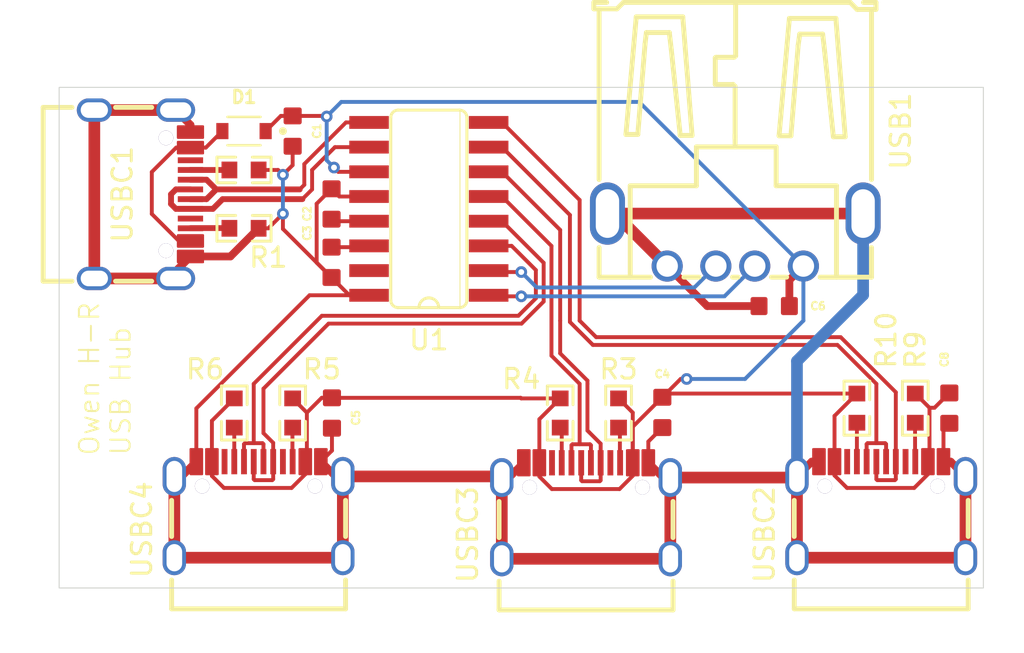
<source format=kicad_pcb>
(kicad_pcb (version 20241229) (generator "pcbnew") (generator_version "9.0")
  (layers (0 "F.Cu" signal) (2 "B.Cu" signal) (13 "F.Paste" user) (15 "B.Paste" user) (5 "F.SilkS" user "F.Silkscreen") (7 "B.SilkS" user "B.Silkscreen") (1 "F.Mask" user) (3 "B.Mask" user) (25 "Edge.Cuts" user))
  (net 0 "")
  (net 1 "+5V")
  (net 2 "GND")
  (net 3 "Net-(U1-VDD33)")
  (net 4 "Net-(U1-VDD18)")
  (net 5 "Net-(U1-DP)")
  (net 6 "Net-(U1-DM)")
  (net 7 "Net-(U1-DM1)")
  (net 8 "Net-(U1-DP1)")
  (net 9 "Net-(U1-DM2)")
  (net 10 "Net-(U1-DP2)")
  (net 11 "Net-(U1-DM3)")
  (net 12 "Net-(U1-DP3)")
  (net 14 "Net-(U1-DP4)")
  (net 15 "Net-(U1-DM4)")
  (net 16 "Net-(USBC1-CC2)")
  (net 17 "Net-(USBC1-CC1)")
  (net 18 "Net-(USBC2-CC2)")
  (net 19 "Net-(USBC2-CC1)")
  (net 24 "Net-(USBC3-CC2)")
  (net 25 "Net-(USBC3-CC1)")
  (net 26 "Net-(USBC4-CC2)")
  (net 27 "Net-(USBC4-CC1)")
  (net 32 "Net-(D1-PadA)")
  (footprint "easyeda2kicad:R0603" (layer "F.Cu") (at 119.5 92.75)
    (property "Reference" "R1" (at 1.25 1.5 0) (layer "F.SilkS"))
    (property "Value" "5.1K")
    (pad "1" smd rect (at -0.75 0) (size 0.81 0.86) (layers "F.Cu" "F.Mask" "F.Paste") (net 16 "Net-(USBC1-CC2)"))
    (pad "2" smd rect (at 0.75 0) (size 0.81 0.86) (layers "F.Cu" "F.Mask" "F.Paste") (net 2 "GND"))
  )
  (footprint "easyeda2kicad:R0603" (layer "F.Cu") (at 135.75 102.25 -90)
    (property "Reference" "R4" (at -1.75 2 180) (layer "F.SilkS"))
    (property "Value" "22K" (hide yes))
    (pad "1" smd rect (at -0.75 0 270) (size 0.81 0.86) (layers "F.Cu" "F.Mask" "F.Paste") (net 1 "+5V"))
    (pad "2" smd rect (at 0.75 0 270) (size 0.81 0.86) (layers "F.Cu" "F.Mask" "F.Paste") (net 25 "Net-(USBC3-CC1)"))
  )
  (footprint "easyeda2kicad:USB-A-TH_USB-302-T" (layer "F.Cu") (at 144.75 93.3425 180)
    (property "Reference" "USB1" (at -8.5 5.5925 270) (layer "F.SilkS"))
    (property "Value" "USB-302")
    (pad "1" thru_hole circle (at -3.5 -1.35 180) (size 1.6 1.6) (drill 1.100023) (layers "*.Cu" "*.Mask") (net 1 "+5V"))
    (pad "2" thru_hole circle (at -1 -1.35 180) (size 1.6 1.6) (drill 1.100023) (layers "*.Cu" "*.Mask") (net 15 "Net-(U1-DM4)"))
    (pad "3" thru_hole circle (at 1 -1.35 180) (size 1.6 1.6) (drill 1.100023) (layers "*.Cu" "*.Mask") (net 14 "Net-(U1-DP4)"))
    (pad "4" thru_hole circle (at 3.5 -1.35 180) (size 1.6 1.6) (drill 1.100023) (layers "*.Cu" "*.Mask") (net 2 "GND"))
    (pad "5" thru_hole oval (at -6.57 1.35 270) (size 3.2 1.8) (drill oval 2.499868 1.199896) (layers "*.Cu" "*.Mask") (net 2 "GND"))
    (pad "6" thru_hole oval (at 6.57 1.35 90) (size 3.2 1.8) (drill oval 2.499868 1.199896) (layers "*.Cu" "*.Mask") (net 2 "GND"))
  )
  (footprint "CL10A106KP8NNNC:CAPC1608X90N" (layer "F.Cu") (at 122 87.75 90)
    (property "Reference" "C1" (at 0 1.25 90) (layer "F.SilkS") (effects (font (size 0.393701 0.393701))))
    (property "Value" "10uF")
    (pad "1" smd roundrect (at -0.78 0 90) (size 0.87 0.93) (layers "F.Cu" "F.Mask" "F.Paste") (roundrect_rratio 0.125) (net 2 "GND"))
    (pad "2" smd roundrect (at 0.78 0 90) (size 0.87 0.93) (layers "F.Cu" "F.Mask" "F.Paste") (roundrect_rratio 0.125) (net 1 "+5V"))
  )
  (footprint "easyeda2kicad:USB-C_SMD-TYPE-C-31-M-12_1" (layer "F.Cu") (at 137.08 107.28)
    (property "Reference" "USBC3" (at -6.08 1.22 270) (layer "F.SilkS"))
    (property "Value" "TYPE-C-31-M-12")
    (pad "" thru_hole circle (at -2.9 -1.21) (size 0.75 0.75) (drill 0.75) (layers "*.Cu" "*.Mask"))
    (pad "" thru_hole circle (at 2.9 -1.21) (size 0.75 0.75) (drill 0.75) (layers "*.Cu" "*.Mask"))
    (pad "1" thru_hole oval (at 4.33 -1.71) (size 1.2 2) (drill oval 0.799998 1.599971) (layers "*.Cu" "*.Mask") (net 2 "GND"))
    (pad "2" thru_hole oval (at 4.33 2.47) (size 1.2 1.8) (drill oval 0.799998 1.399997) (layers "*.Cu" "*.Mask") (net 2 "GND"))
    (pad "3" thru_hole oval (at -4.33 2.47) (size 1.2 1.8) (drill oval 0.799998 1.399997) (layers "*.Cu" "*.Mask") (net 2 "GND"))
    (pad "4" thru_hole oval (at -4.33 -1.71) (size 1.2 2) (drill oval 0.799998 1.600022) (layers "*.Cu" "*.Mask") (net 2 "GND"))
    (pad "A1B12" smd custom (at -3.2 -2.47) (size 0.01 0.01) (layers "F.Cu" "F.Mask" "F.Paste") (net 2 "GND") (options (clearance outline) (anchor circle)) (primitives (gr_poly (pts (xy 0.3 0.65) (xy 0.3 -0.65) (xy 0 -0.65) (xy -0.3 -0.65) (xy -0.3 0.65) (xy 0 0.65) (xy 0.3 0.65)) (width 0.1) (fill yes))))
    (pad "A4B9" smd custom (at -2.4 -2.47) (size 0.01 0.01) (layers "F.Cu" "F.Mask" "F.Paste") (net 1 "+5V") (options (clearance outline) (anchor circle)) (primitives (gr_poly (pts (xy 0.3 0.65) (xy 0.3 -0.65) (xy 0 -0.65) (xy -0.3 -0.65) (xy -0.3 0.65) (xy 0 0.65) (xy 0.3 0.65)) (width 0.1) (fill yes))))
    (pad "A5" smd rect (at -1.25 -2.47) (size 0.3 1.3) (layers "F.Cu" "F.Mask" "F.Paste") (net 25 "Net-(USBC3-CC1)"))
    (pad "A6" smd rect (at -0.25 -2.47) (size 0.3 1.3) (layers "F.Cu" "F.Mask" "F.Paste") (net 10 "Net-(U1-DP2)"))
    (pad "A7" smd rect (at 0.25 -2.47) (size 0.3 1.3) (layers "F.Cu" "F.Mask" "F.Paste") (net 9 "Net-(U1-DM2)"))
    (pad "A8" smd rect (at 1.25 -2.47) (size 0.3 1.3) (layers "F.Cu" "F.Mask" "F.Paste"))
    (pad "B1A12" smd custom (at 3.2 -2.47) (size 0.01 0.01) (layers "F.Cu" "F.Mask" "F.Paste") (net 2 "GND") (options (clearance outline) (anchor circle)) (primitives (gr_poly (pts (xy -0.3 -0.65) (xy -0.3 0.65) (xy -0.01 0.65) (xy 0 0.65) (xy 0.3 0.65) (xy 0.3 -0.65) (xy 0 -0.65) (xy -0.01 -0.65) (xy -0.3 -0.65)) (width 0.1) (fill yes))))
    (pad "B4A9" smd custom (at 2.4 -2.47) (size 0.01 0.01) (layers "F.Cu" "F.Mask" "F.Paste") (net 1 "+5V") (options (clearance outline) (anchor circle)) (primitives (gr_poly (pts (xy 0.3 0.65) (xy 0.3 -0.65) (xy 0 -0.65) (xy -0.3 -0.65) (xy -0.3 0.65) (xy 0 0.65) (xy 0.3 0.65)) (width 0.1) (fill yes))))
    (pad "B5" smd rect (at 1.75 -2.47) (size 0.3 1.3) (layers "F.Cu" "F.Mask" "F.Paste") (net 24 "Net-(USBC3-CC2)"))
    (pad "B6" smd rect (at 0.75 -2.47) (size 0.3 1.3) (layers "F.Cu" "F.Mask" "F.Paste") (net 10 "Net-(U1-DP2)"))
    (pad "B7" smd rect (at -0.75 -2.47) (size 0.3 1.3) (layers "F.Cu" "F.Mask" "F.Paste") (net 9 "Net-(U1-DM2)"))
    (pad "B8" smd rect (at -1.75 -2.47) (size 0.3 1.3) (layers "F.Cu" "F.Mask" "F.Paste"))
  )
  (footprint "easyeda2kicad:R0603" (layer "F.Cu") (at 138.75 102.25 -90)
    (property "Reference" "R3" (at -2.25 0 180) (layer "F.SilkS"))
    (property "Value" "22K" (hide yes))
    (pad "1" smd rect (at -0.75 0 270) (size 0.81 0.86) (layers "F.Cu" "F.Mask" "F.Paste") (net 1 "+5V"))
    (pad "2" smd rect (at 0.75 0 270) (size 0.81 0.86) (layers "F.Cu" "F.Mask" "F.Paste") (net 24 "Net-(USBC3-CC2)"))
  )
  (footprint "easyeda2kicad:R0603" (layer "F.Cu") (at 154 102 -90)
    (property "Reference" "R9" (at -3 0 90) (layer "F.SilkS"))
    (property "Value" "22K" (hide yes))
    (pad "1" smd rect (at -0.75 0 270) (size 0.81 0.86) (layers "F.Cu" "F.Mask" "F.Paste") (net 1 "+5V"))
    (pad "2" smd rect (at 0.75 0 270) (size 0.81 0.86) (layers "F.Cu" "F.Mask" "F.Paste") (net 18 "Net-(USBC2-CC2)"))
  )
  (footprint "CL10A106KP8NNNC:CAPC1608X90N" (layer "F.Cu") (at 124 94.5 90)
    (property "Reference" "C3" (at 1.5 -1.25 90) (layer "F.SilkS") (effects (font (size 0.393701 0.393701))))
    (property "Value" "10uF")
    (pad "1" smd roundrect (at -0.78 0 90) (size 0.87 0.93) (layers "F.Cu" "F.Mask" "F.Paste") (roundrect_rratio 0.125) (net 2 "GND"))
    (pad "2" smd roundrect (at 0.78 0 90) (size 0.87 0.93) (layers "F.Cu" "F.Mask" "F.Paste") (roundrect_rratio 0.125) (net 4 "Net-(U1-VDD18)"))
  )
  (footprint "CL10A106KP8NNNC:CAPC1608X90N" (layer "F.Cu") (at 146.75 96.75)
    (property "Reference" "C6" (at 2.25 0 0) (layer "F.SilkS") (effects (font (size 0.393701 0.393701))))
    (property "Value" "10uF")
    (pad "1" smd roundrect (at -0.78 0) (size 0.87 0.93) (layers "F.Cu" "F.Mask" "F.Paste") (roundrect_rratio 0.125) (net 2 "GND"))
    (pad "2" smd roundrect (at 0.78 0) (size 0.87 0.93) (layers "F.Cu" "F.Mask" "F.Paste") (roundrect_rratio 0.125) (net 1 "+5V"))
  )
  (footprint "CL10A106KP8NNNC:CAPC1608X90N" (layer "F.Cu") (at 155.75 102 90)
    (property "Reference" "C8" (at 2.5 -0.25 90) (layer "F.SilkS") (effects (font (size 0.393701 0.393701))))
    (property "Value" "10uF")
    (pad "1" smd roundrect (at -0.78 0 90) (size 0.87 0.93) (layers "F.Cu" "F.Mask" "F.Paste") (roundrect_rratio 0.125) (net 2 "GND"))
    (pad "2" smd roundrect (at 0.78 0 90) (size 0.87 0.93) (layers "F.Cu" "F.Mask" "F.Paste") (roundrect_rratio 0.125) (net 1 "+5V"))
  )
  (footprint "easyeda2kicad:USB-C_SMD-TYPE-C-31-M-12_1" (layer "F.Cu") (at 120.25 107.2225)
    (property "Reference" "USBC4" (at -6 1.0275 90) (layer "F.SilkS"))
    (property "Value" "TYPE-C-31-M-12")
    (pad "" thru_hole circle (at -2.9 -1.21) (size 0.75 0.75) (drill 0.75) (layers "*.Cu" "*.Mask"))
    (pad "" thru_hole circle (at 2.9 -1.21) (size 0.75 0.75) (drill 0.75) (layers "*.Cu" "*.Mask"))
    (pad "1" thru_hole oval (at 4.33 -1.71) (size 1.2 2) (drill oval 0.799998 1.599971) (layers "*.Cu" "*.Mask") (net 2 "GND"))
    (pad "2" thru_hole oval (at 4.33 2.47) (size 1.2 1.8) (drill oval 0.799998 1.399997) (layers "*.Cu" "*.Mask") (net 2 "GND"))
    (pad "3" thru_hole oval (at -4.33 2.47) (size 1.2 1.8) (drill oval 0.799998 1.399997) (layers "*.Cu" "*.Mask") (net 2 "GND"))
    (pad "4" thru_hole oval (at -4.33 -1.71) (size 1.2 2) (drill oval 0.799998 1.600022) (layers "*.Cu" "*.Mask") (net 2 "GND"))
    (pad "A1B12" smd custom (at -3.2 -2.47) (size 0.01 0.01) (layers "F.Cu" "F.Mask" "F.Paste") (net 2 "GND") (options (clearance outline) (anchor circle)) (primitives (gr_poly (pts (xy 0.3 0.65) (xy 0.3 -0.65) (xy 0 -0.65) (xy -0.3 -0.65) (xy -0.3 0.65) (xy 0 0.65) (xy 0.3 0.65)) (width 0.1) (fill yes))))
    (pad "A4B9" smd custom (at -2.4 -2.47) (size 0.01 0.01) (layers "F.Cu" "F.Mask" "F.Paste") (net 1 "+5V") (options (clearance outline) (anchor circle)) (primitives (gr_poly (pts (xy 0.3 0.65) (xy 0.3 -0.65) (xy 0 -0.65) (xy -0.3 -0.65) (xy -0.3 0.65) (xy 0 0.65) (xy 0.3 0.65)) (width 0.1) (fill yes))))
    (pad "A5" smd rect (at -1.25 -2.47) (size 0.3 1.3) (layers "F.Cu" "F.Mask" "F.Paste") (net 27 "Net-(USBC4-CC1)"))
    (pad "A6" smd rect (at -0.25 -2.47) (size 0.3 1.3) (layers "F.Cu" "F.Mask" "F.Paste") (net 12 "Net-(U1-DP3)"))
    (pad "A7" smd rect (at 0.25 -2.47) (size 0.3 1.3) (layers "F.Cu" "F.Mask" "F.Paste") (net 11 "Net-(U1-DM3)"))
    (pad "A8" smd rect (at 1.25 -2.47) (size 0.3 1.3) (layers "F.Cu" "F.Mask" "F.Paste"))
    (pad "B1A12" smd custom (at 3.2 -2.47) (size 0.01 0.01) (layers "F.Cu" "F.Mask" "F.Paste") (net 2 "GND") (options (clearance outline) (anchor circle)) (primitives (gr_poly (pts (xy -0.3 -0.65) (xy -0.3 0.65) (xy -0.01 0.65) (xy 0 0.65) (xy 0.3 0.65) (xy 0.3 -0.65) (xy 0 -0.65) (xy -0.01 -0.65) (xy -0.3 -0.65)) (width 0.1) (fill yes))))
    (pad "B4A9" smd custom (at 2.4 -2.47) (size 0.01 0.01) (layers "F.Cu" "F.Mask" "F.Paste") (net 1 "+5V") (options (clearance outline) (anchor circle)) (primitives (gr_poly (pts (xy 0.3 0.65) (xy 0.3 -0.65) (xy 0 -0.65) (xy -0.3 -0.65) (xy -0.3 0.65) (xy 0 0.65) (xy 0.3 0.65)) (width 0.1) (fill yes))))
    (pad "B5" smd rect (at 1.75 -2.47) (size 0.3 1.3) (layers "F.Cu" "F.Mask" "F.Paste") (net 26 "Net-(USBC4-CC2)"))
    (pad "B6" smd rect (at 0.75 -2.47) (size 0.3 1.3) (layers "F.Cu" "F.Mask" "F.Paste") (net 12 "Net-(U1-DP3)"))
    (pad "B7" smd rect (at -0.75 -2.47) (size 0.3 1.3) (layers "F.Cu" "F.Mask" "F.Paste") (net 11 "Net-(U1-DM3)"))
    (pad "B8" smd rect (at -1.75 -2.47) (size 0.3 1.3) (layers "F.Cu" "F.Mask" "F.Paste"))
  )
  (footprint "CL10A106KP8NNNC:CAPC1608X90N" (layer "F.Cu") (at 141 102.22 90)
    (property "Reference" "C4" (at 1.97 0 180) (layer "F.SilkS") (effects (font (size 0.393701 0.393701))))
    (property "Value" "10uF")
    (pad "1" smd roundrect (at -0.78 0 90) (size 0.87 0.93) (layers "F.Cu" "F.Mask" "F.Paste") (roundrect_rratio 0.125) (net 2 "GND"))
    (pad "2" smd roundrect (at 0.78 0 90) (size 0.87 0.93) (layers "F.Cu" "F.Mask" "F.Paste") (roundrect_rratio 0.125) (net 1 "+5V"))
  )
  (footprint "easyeda2kicad:R0603" (layer "F.Cu") (at 151 102 -90)
    (property "Reference" "R10" (at -3.5 -1.5 90) (layer "F.SilkS"))
    (property "Value" "22K" (hide yes))
    (pad "1" smd rect (at -0.75 0 270) (size 0.81 0.86) (layers "F.Cu" "F.Mask" "F.Paste") (net 1 "+5V"))
    (pad "2" smd rect (at 0.75 0 270) (size 0.81 0.86) (layers "F.Cu" "F.Mask" "F.Paste") (net 19 "Net-(USBC2-CC1)"))
  )
  (footprint "easyeda2kicad:R0603" (layer "F.Cu") (at 119 102.25 -90)
    (property "Reference" "R6" (at -2.25 1.5 180) (layer "F.SilkS"))
    (property "Value" "22K" (hide yes))
    (pad "1" smd rect (at -0.75 0 270) (size 0.81 0.86) (layers "F.Cu" "F.Mask" "F.Paste") (net 1 "+5V"))
    (pad "2" smd rect (at 0.75 0 270) (size 0.81 0.86) (layers "F.Cu" "F.Mask" "F.Paste") (net 27 "Net-(USBC4-CC1)"))
  )
  (footprint "CL10A106KP8NNNC:CAPC1608X90N" (layer "F.Cu") (at 124 91.5 -90)
    (property "Reference" "C2" (at 0.5 1.25 90) (layer "F.SilkS") (effects (font (size 0.393701 0.393701))))
    (property "Value" "10uF")
    (pad "1" smd roundrect (at -0.78 0 270) (size 0.87 0.93) (layers "F.Cu" "F.Mask" "F.Paste") (roundrect_rratio 0.125) (net 2 "GND"))
    (pad "2" smd roundrect (at 0.78 0 270) (size 0.87 0.93) (layers "F.Cu" "F.Mask" "F.Paste") (roundrect_rratio 0.125) (net 3 "Net-(U1-VDD33)"))
  )
  (footprint "easyeda2kicad:USB-C_SMD-TYPE-C-31-M-12_1" (layer "F.Cu") (at 114.2775 91 -90)
    (property "Reference" "USBC1" (at 0 1.0275 90) (layer "F.SilkS"))
    (property "Value" "TYPE-C-31-M-12")
    (pad "" thru_hole circle (at -2.9 -1.21 270) (size 0.75 0.75) (drill 0.75) (layers "*.Cu" "*.Mask"))
    (pad "" thru_hole circle (at 2.9 -1.21 270) (size 0.75 0.75) (drill 0.75) (layers "*.Cu" "*.Mask"))
    (pad "1" thru_hole oval (at 4.33 -1.71 270) (size 1.2 2) (drill oval 0.799998 1.599971) (layers "*.Cu" "*.Mask") (net 2 "GND"))
    (pad "2" thru_hole oval (at 4.33 2.47 270) (size 1.2 1.8) (drill oval 0.799998 1.399997) (layers "*.Cu" "*.Mask") (net 2 "GND"))
    (pad "3" thru_hole oval (at -4.33 2.47 270) (size 1.2 1.8) (drill oval 0.799998 1.399997) (layers "*.Cu" "*.Mask") (net 2 "GND"))
    (pad "4" thru_hole oval (at -4.33 -1.71 270) (size 1.2 2) (drill oval 0.799998 1.600022) (layers "*.Cu" "*.Mask") (net 2 "GND"))
    (pad "A1B12" smd custom (at -3.2 -2.47 270) (size 0.01 0.01) (layers "F.Cu" "F.Mask" "F.Paste") (net 2 "GND") (options (clearance outline) (anchor circle)) (primitives (gr_poly (pts (xy 0.3 0.65) (xy 0.3 -0.65) (xy 0 -0.65) (xy -0.3 -0.65) (xy -0.3 0.65) (xy 0 0.65) (xy 0.3 0.65)) (width 0.1) (fill yes))))
    (pad "A4B9" smd custom (at -2.4 -2.47 270) (size 0.01 0.01) (layers "F.Cu" "F.Mask" "F.Paste") (net 32 "Net-(D1-PadA)") (options (clearance outline) (anchor circle)) (primitives (gr_poly (pts (xy 0.3 0.65) (xy 0.3 -0.65) (xy 0 -0.65) (xy -0.3 -0.65) (xy -0.3 0.65) (xy 0 0.65) (xy 0.3 0.65)) (width 0.1) (fill yes))))
    (pad "A5" smd rect (at -1.25 -2.47 270) (size 0.3 1.3) (layers "F.Cu" "F.Mask" "F.Paste") (net 17 "Net-(USBC1-CC1)"))
    (pad "A6" smd rect (at -0.25 -2.47 270) (size 0.3 1.3) (layers "F.Cu" "F.Mask" "F.Paste") (net 5 "Net-(U1-DP)"))
    (pad "A7" smd rect (at 0.25 -2.47 270) (size 0.3 1.3) (layers "F.Cu" "F.Mask" "F.Paste") (net 6 "Net-(U1-DM)"))
    (pad "A8" smd rect (at 1.25 -2.47 270) (size 0.3 1.3) (layers "F.Cu" "F.Mask" "F.Paste"))
    (pad "B1A12" smd custom (at 3.2 -2.47 270) (size 0.01 0.01) (layers "F.Cu" "F.Mask" "F.Paste") (net 2 "GND") (options (clearance outline) (anchor circle)) (primitives (gr_poly (pts (xy -0.3 -0.65) (xy -0.3 0.65) (xy -0.01 0.65) (xy 0 0.65) (xy 0.3 0.65) (xy 0.3 -0.65) (xy 0 -0.65) (xy -0.01 -0.65) (xy -0.3 -0.65)) (width 0.1) (fill yes))))
    (pad "B4A9" smd custom (at 2.4 -2.47 270) (size 0.01 0.01) (layers "F.Cu" "F.Mask" "F.Paste") (net 32 "Net-(D1-PadA)") (options (clearance outline) (anchor circle)) (primitives (gr_poly (pts (xy 0.3 0.65) (xy 0.3 -0.65) (xy 0 -0.65) (xy -0.3 -0.65) (xy -0.3 0.65) (xy 0 0.65) (xy 0.3 0.65)) (width 0.1) (fill yes))))
    (pad "B5" smd rect (at 1.75 -2.47 270) (size 0.3 1.3) (layers "F.Cu" "F.Mask" "F.Paste") (net 16 "Net-(USBC1-CC2)"))
    (pad "B6" smd rect (at 0.75 -2.47 270) (size 0.3 1.3) (layers "F.Cu" "F.Mask" "F.Paste") (net 5 "Net-(U1-DP)"))
    (pad "B7" smd rect (at -0.75 -2.47 270) (size 0.3 1.3) (layers "F.Cu" "F.Mask" "F.Paste") (net 6 "Net-(U1-DM)"))
    (pad "B8" smd rect (at -1.75 -2.47 270) (size 0.3 1.3) (layers "F.Cu" "F.Mask" "F.Paste"))
  )
  (footprint "easyeda2kicad:R0603" (layer "F.Cu") (at 122 102.25 -90)
    (property "Reference" "R5" (at -2.25 -1.5 180) (layer "F.SilkS"))
    (property "Value" "22K" (hide yes))
    (pad "1" smd rect (at -0.75 0 270) (size 0.81 0.86) (layers "F.Cu" "F.Mask" "F.Paste") (net 1 "+5V"))
    (pad "2" smd rect (at 0.75 0 270) (size 0.81 0.86) (layers "F.Cu" "F.Mask" "F.Paste") (net 26 "Net-(USBC4-CC2)"))
  )
  (footprint "easyeda2kicad:R0603" (layer "F.Cu") (at 119.5 89.75)
    (property "Reference" "R2" (hide yes))
    (property "Value" "5.1K" (hide yes))
    (pad "1" smd rect (at -0.75 0) (size 0.81 0.86) (layers "F.Cu" "F.Mask" "F.Paste") (net 17 "Net-(USBC1-CC1)"))
    (pad "2" smd rect (at 0.75 0) (size 0.81 0.86) (layers "F.Cu" "F.Mask" "F.Paste") (net 2 "GND"))
  )
  (footprint "NSR0320MW2T1G:DIO_MM3Z3V0T1G" (layer "F.Cu") (at 119.5 87.75 180)
    (property "Reference" "D1" (at 0 1.75 0) (layer "F.SilkS") (effects (font (size 0.64 0.64))))
    (property "Value" "D_Schottky_Small" (hide yes))
    (pad "A" smd rect (at 1.1125 0 180) (size 0.625 0.83) (layers "F.Cu" "F.Mask" "F.Paste") (net 32 "Net-(D1-PadA)"))
    (pad "K" smd rect (at -1.1125 0 180) (size 0.625 0.83) (layers "F.Cu" "F.Mask" "F.Paste") (net 1 "+5V"))
  )
  (footprint "CL10A106KP8NNNC:CAPC1608X90N" (layer "F.Cu") (at 124.02 102.25 90)
    (property "Reference" "C5" (at -0.25 1.23 90) (layer "F.SilkS") (effects (font (size 0.393701 0.393701))))
    (property "Value" "10uF")
    (pad "1" smd roundrect (at -0.78 0 90) (size 0.87 0.93) (layers "F.Cu" "F.Mask" "F.Paste") (roundrect_rratio 0.125) (net 2 "GND"))
    (pad "2" smd roundrect (at 0.78 0 90) (size 0.87 0.93) (layers "F.Cu" "F.Mask" "F.Paste") (roundrect_rratio 0.125) (net 1 "+5V"))
  )
  (footprint "easyeda2kicad:USB-C_SMD-TYPE-C-31-M-12_1" (layer "F.Cu") (at 152.25 107.2225)
    (property "Reference" "USBC2" (at -6 1.2775 90) (layer "F.SilkS"))
    (property "Value" "TYPE-C-31-M-12")
    (pad "" thru_hole circle (at -2.9 -1.21) (size 0.75 0.75) (drill 0.75) (layers "*.Cu" "*.Mask"))
    (pad "" thru_hole circle (at 2.9 -1.21) (size 0.75 0.75) (drill 0.75) (layers "*.Cu" "*.Mask"))
    (pad "1" thru_hole oval (at 4.33 -1.71) (size 1.2 2) (drill oval 0.799998 1.599971) (layers "*.Cu" "*.Mask") (net 2 "GND"))
    (pad "2" thru_hole oval (at 4.33 2.47) (size 1.2 1.8) (drill oval 0.799998 1.399997) (layers "*.Cu" "*.Mask") (net 2 "GND"))
    (pad "3" thru_hole oval (at -4.33 2.47) (size 1.2 1.8) (drill oval 0.799998 1.399997) (layers "*.Cu" "*.Mask") (net 2 "GND"))
    (pad "4" thru_hole oval (at -4.33 -1.71) (size 1.2 2) (drill oval 0.799998 1.600022) (layers "*.Cu" "*.Mask") (net 2 "GND"))
    (pad "A1B12" smd custom (at -3.2 -2.47) (size 0.01 0.01) (layers "F.Cu" "F.Mask" "F.Paste") (net 2 "GND") (options (clearance outline) (anchor circle)) (primitives (gr_poly (pts (xy 0.3 0.65) (xy 0.3 -0.65) (xy 0 -0.65) (xy -0.3 -0.65) (xy -0.3 0.65) (xy 0 0.65) (xy 0.3 0.65)) (width 0.1) (fill yes))))
    (pad "A4B9" smd custom (at -2.4 -2.47) (size 0.01 0.01) (layers "F.Cu" "F.Mask" "F.Paste") (net 1 "+5V") (options (clearance outline) (anchor circle)) (primitives (gr_poly (pts (xy 0.3 0.65) (xy 0.3 -0.65) (xy 0 -0.65) (xy -0.3 -0.65) (xy -0.3 0.65) (xy 0 0.65) (xy 0.3 0.65)) (width 0.1) (fill yes))))
    (pad "A5" smd rect (at -1.25 -2.47) (size 0.3 1.3) (layers "F.Cu" "F.Mask" "F.Paste") (net 19 "Net-(USBC2-CC1)"))
    (pad "A6" smd rect (at -0.25 -2.47) (size 0.3 1.3) (layers "F.Cu" "F.Mask" "F.Paste") (net 8 "Net-(U1-DP1)"))
    (pad "A7" smd rect (at 0.25 -2.47) (size 0.3 1.3) (layers "F.Cu" "F.Mask" "F.Paste") (net 7 "Net-(U1-DM1)"))
    (pad "A8" smd rect (at 1.25 -2.47) (size 0.3 1.3) (layers "F.Cu" "F.Mask" "F.Paste"))
    (pad "B1A12" smd custom (at 3.2 -2.47) (size 0.01 0.01) (layers "F.Cu" "F.Mask" "F.Paste") (net 2 "GND") (options (clearance outline) (anchor circle)) (primitives (gr_poly (pts (xy -0.3 -0.65) (xy -0.3 0.65) (xy -0.01 0.65) (xy 0 0.65) (xy 0.3 0.65) (xy 0.3 -0.65) (xy 0 -0.65) (xy -0.01 -0.65) (xy -0.3 -0.65)) (width 0.1) (fill yes))))
    (pad "B4A9" smd custom (at 2.4 -2.47) (size 0.01 0.01) (layers "F.Cu" "F.Mask" "F.Paste") (net 1 "+5V") (options (clearance outline) (anchor circle)) (primitives (gr_poly (pts (xy 0.3 0.65) (xy 0.3 -0.65) (xy 0 -0.65) (xy -0.3 -0.65) (xy -0.3 0.65) (xy 0 0.65) (xy 0.3 0.65)) (width 0.1) (fill yes))))
    (pad "B5" smd rect (at 1.75 -2.47) (size 0.3 1.3) (layers "F.Cu" "F.Mask" "F.Paste") (net 18 "Net-(USBC2-CC2)"))
    (pad "B6" smd rect (at 0.75 -2.47) (size 0.3 1.3) (layers "F.Cu" "F.Mask" "F.Paste") (net 8 "Net-(U1-DP1)"))
    (pad "B7" smd rect (at -0.75 -2.47) (size 0.3 1.3) (layers "F.Cu" "F.Mask" "F.Paste") (net 7 "Net-(U1-DM1)"))
    (pad "B8" smd rect (at -1.75 -2.47) (size 0.3 1.3) (layers "F.Cu" "F.Mask" "F.Paste"))
  )
  (footprint "SL2.1A:SO16" (layer "F.Cu") (at 129 91.75 90)
    (property "Reference" "U1" (at -6.75 0 180) (layer "F.SilkS"))
    (property "Value" "SL2.1A")
    (pad "1" smd rect (at -4.445 3.0734 90) (size 0.6604 2.032) (layers "F.Cu" "F.Mask" "F.Paste") (net 15 "Net-(U1-DM4)"))
    (pad "2" smd rect (at -3.175 3.0734 90) (size 0.6604 2.032) (layers "F.Cu" "F.Mask" "F.Paste") (net 14 "Net-(U1-DP4)"))
    (pad "3" smd rect (at -1.905 3.0734 90) (size 0.6604 2.032) (layers "F.Cu" "F.Mask" "F.Paste") (net 11 "Net-(U1-DM3)"))
    (pad "4" smd rect (at -0.635 3.0734 90) (size 0.6604 2.032) (layers "F.Cu" "F.Mask" "F.Paste") (net 12 "Net-(U1-DP3)"))
    (pad "5" smd rect (at 0.635 3.0734 90) (size 0.6604 2.032) (layers "F.Cu" "F.Mask" "F.Paste") (net 9 "Net-(U1-DM2)"))
    (pad "6" smd rect (at 1.905 3.0734 90) (size 0.6604 2.032) (layers "F.Cu" "F.Mask" "F.Paste") (net 10 "Net-(U1-DP2)"))
    (pad "7" smd rect (at 3.175 3.0734 90) (size 0.6604 2.032) (layers "F.Cu" "F.Mask" "F.Paste") (net 7 "Net-(U1-DM1)"))
    (pad "8" smd rect (at 4.445 3.0734 90) (size 0.6604 2.032) (layers "F.Cu" "F.Mask" "F.Paste") (net 8 "Net-(U1-DP1)"))
    (pad "9" smd rect (at 4.445 -3.0734 90) (size 0.6604 2.032) (layers "F.Cu" "F.Mask" "F.Paste") (net 6 "Net-(U1-DM)"))
    (pad "10" smd rect (at 3.175 -3.0734 90) (size 0.6604 2.032) (layers "F.Cu" "F.Mask" "F.Paste") (net 5 "Net-(U1-DP)"))
    (pad "11" smd rect (at 1.905 -3.0734 90) (size 0.6604 2.032) (layers "F.Cu" "F.Mask" "F.Paste") (net 1 "+5V"))
    (pad "12" smd rect (at 0.635 -3.0734 90) (size 0.6604 2.032) (layers "F.Cu" "F.Mask" "F.Paste") (net 2 "GND"))
    (pad "13" smd rect (at -0.635 -3.0734 90) (size 0.6604 2.032) (layers "F.Cu" "F.Mask" "F.Paste") (net 3 "Net-(U1-VDD33)"))
    (pad "14" smd rect (at -1.905 -3.0734 90) (size 0.6604 2.032) (layers "F.Cu" "F.Mask" "F.Paste") (net 4 "Net-(U1-VDD18)"))
    (pad "15" smd rect (at -3.175 -3.0734 90) (size 0.6604 2.032) (layers "F.Cu" "F.Mask" "F.Paste"))
    (pad "16" smd rect (at -4.445 -3.0734 90) (size 0.6604 2.032) (layers "F.Cu" "F.Mask" "F.Paste") (net 2 "GND"))
  )
  (gr_rect (start 110 85.5) (end 157.5 111.25) (stroke (width 0.05)) (fill no) (layer "Edge.Cuts"))
  (gr_text "Owen H-R\nUSB Hub" (at 113.75 104.5 90) (layer "F.SilkS") (effects (font (size 1 1) (thickness 0.1)) (justify left bottom)))
  (segment (start 139.48 105.479999) (end 139.48 104.81) (width 0.2) (layer "F.Cu") (net 1))
  (segment (start 135.322 106.162) (end 138.797999 106.162) (width 0.2) (layer "F.Cu") (net 1))
  (segment (start 139.48 102.23) (end 138.75 101.5) (width 0.2) (layer "F.Cu") (net 1))
  (segment (start 122.65 105.399999) (end 122.65 104.7525) (width 0.2) (layer "F.Cu") (net 1))
  (segment (start 154.731 101.981) (end 154.731 104.6715) (width 0.2) (layer "F.Cu") (net 1))
  (segment (start 121.945499 106.1045) (end 122.65 105.399999) (width 0.2) (layer "F.Cu") (net 1))
  (segment (start 119 101.5) (end 117.85 102.65) (width 0.2) (layer "F.Cu") (net 1))
  (segment (start 147.53 95.4125) (end 148.25 94.6925) (width 0.4) (layer "F.Cu") (net 1))
  (segment (start 154.731 104.6715) (end 154.65 104.7525) (width 0.2) (layer "F.Cu") (net 1))
  (segment (start 133.75 101.5) (end 133.72 101.47) (width 0.2) (layer "F.Cu") (net 1))
  (segment (start 154 101.25) (end 154.731 101.981) (width 0.2) (layer "F.Cu") (net 1))
  (segment (start 142.25 100.5) (end 141.94 100.5) (width 0.2) (layer "F.Cu") (net 1))
  (segment (start 122 86.97) (end 121.3925 86.97) (width 0.2) (layer "F.Cu") (net 1))
  (segment (start 141.19 101.25) (end 151 101.25) (width 0.2) (layer "F.Cu") (net 1))
  (segment (start 122 101.5) (end 122.731 102.231) (width 0.2) (layer "F.Cu") (net 1))
  (segment (start 118.468719 106.1045) (end 121.945499 106.1045) (width 0.2) (layer "F.Cu") (net 1))
  (segment (start 149.85 104.7525) (end 149.85 105.4625) (width 0.2) (layer "F.Cu") (net 1))
  (segment (start 134.68 104.81) (end 134.68 105.52) (width 0.2) (layer "F.Cu") (net 1))
  (segment (start 123.492 101.47) (end 124.02 101.47) (width 0.2) (layer "F.Cu") (net 1))
  (segment (start 123.72 86.97) (end 123.75 87) (width 0.2) (layer "F.Cu") (net 1))
  (segment (start 133.72 101.47) (end 124.02 101.47) (width 0.2) (layer "F.Cu") (net 1))
  (segment (start 149.85 102.4) (end 151 101.25) (width 0.2) (layer "F.Cu") (net 1))
  (segment (start 124.25 101.24) (end 124.02 101.47) (width 0.2) (layer "F.Cu") (net 1))
  (segment (start 154.65 105.399999) (end 154.65 104.7525) (width 0.2) (layer "F.Cu") (net 1))
  (segment (start 138.797999 106.162) (end 139.48 105.479999) (width 0.2) (layer "F.Cu") (net 1))
  (segment (start 117.85 105.485781) (end 118.468719 106.1045) (width 0.2) (layer "F.Cu") (net 1))
  (segment (start 135.75 101.5) (end 133.75 101.5) (width 0.2) (layer "F.Cu") (net 1))
  (segment (start 139.48 102.96) (end 139.48 104.81) (width 0.2) (layer "F.Cu") (net 1))
  (segment (start 122.731 102.231) (end 122.731 104.6715) (width 0.2) (layer "F.Cu") (net 1))
  (segment (start 150.492 106.1045) (end 153.945499 106.1045) (width 0.2) (layer "F.Cu") (net 1))
  (segment (start 141 101.44) (end 141.19 101.25) (width 0.2) (layer "F.Cu") (net 1))
  (segment (start 139.48 104.81) (end 139.48 102.23) (width 0.2) (layer "F.Cu") (net 1))
  (segment (start 154.989 101.981) (end 155.75 101.22) (width 0.2) (layer "F.Cu") (net 1))
  (segment (start 117.85 102.65) (end 117.85 104.7525) (width 0.2) (layer "F.Cu") (net 1))
  (segment (start 124.125 89.625) (end 124.345 89.845) (width 0.2) (layer "F.Cu") (net 1))
  (segment (start 134.68 104.81) (end 134.68 102.57) (width 0.2) (layer "F.Cu") (net 1))
  (segment (start 124.345 89.845) (end 125.9266 89.845) (width 0.2) (layer "F.Cu") (net 1))
  (segment (start 122.731 104.6715) (end 122.65 104.7525) (width 0.2) (layer "F.Cu") (net 1))
  (segment (start 153.945499 106.1045) (end 154.65 105.399999) (width 0.2) (layer "F.Cu") (net 1))
  (segment (start 134.68 102.57) (end 135.75 101.5) (width 0.2) (layer "F.Cu") (net 1))
  (segment (start 121.3925 86.97) (end 120.6125 87.75) (width 0.2) (layer "F.Cu") (net 1))
  (segment (start 122.731 102.231) (end 123.492 101.47) (width 0.2) (layer "F.Cu") (net 1))
  (segment (start 149.85 105.4625) (end 150.492 106.1045) (width 0.2) (layer "F.Cu") (net 1))
  (segment (start 141.94 100.5) (end 141 101.44) (width 0.2) (layer "F.Cu") (net 1))
  (segment (start 122 86.97) (end 123.72 86.97) (width 0.2) (layer "F.Cu") (net 1))
  (segment (start 134.68 105.52) (end 135.322 106.162) (width 0.2) (layer "F.Cu") (net 1))
  (segment (start 141 101.44) (end 139.48 102.96) (width 0.2) (layer "F.Cu") (net 1))
  (segment (start 117.85 104.7525) (end 117.85 105.485781) (width 0.2) (layer "F.Cu") (net 1))
  (segment (start 147.53 96.75) (end 147.53 95.4125) (width 0.4) (layer "F.Cu") (net 1))
  (segment (start 149.85 104.7525) (end 149.85 102.4) (width 0.2) (layer "F.Cu") (net 1))
  (segment (start 154.731 101.981) (end 154.989 101.981) (width 0.2) (layer "F.Cu") (net 1))
  (via (at 124.125 89.625) (size 0.6) (drill 0.3) (layers "F.Cu" "B.Cu") (net 1))
  (via (at 123.75 87) (size 0.6) (drill 0.3) (layers "F.Cu" "B.Cu") (net 1))
  (via (at 142.25 100.5) (size 0.6) (drill 0.3) (layers "F.Cu" "B.Cu") (net 1))
  (segment (start 124.5 86.25) (end 123.75 87) (width 0.2) (layer "B.Cu") (net 1))
  (segment (start 148.25 97.5) (end 145.25 100.5) (width 0.2) (layer "B.Cu") (net 1))
  (segment (start 139.8075 86.25) (end 124.5 86.25) (width 0.2) (layer "B.Cu") (net 1))
  (segment (start 124.125 89.625) (end 123.75 89.25) (width 0.2) (layer "B.Cu") (net 1))
  (segment (start 148.25 94.6925) (end 148.25 97.5) (width 0.2) (layer "B.Cu") (net 1))
  (segment (start 148.25 94.6925) (end 139.8075 86.25) (width 0.2) (layer "B.Cu") (net 1))
  (segment (start 123.75 89.25) (end 123.75 87) (width 0.2) (layer "B.Cu") (net 1))
  (segment (start 145.25 100.5) (end 142.25 100.5) (width 0.2) (layer "B.Cu") (net 1))
  (segment (start 140.28 103.72) (end 141 103) (width 0.2) (layer "F.Cu") (net 2))
  (segment (start 115.92 109.6925) (end 124.58 109.6925) (width 0.6) (layer "F.Cu") (net 2))
  (segment (start 115.92 105.5125) (end 116.29 105.5125) (width 0.4) (layer "F.Cu") (net 2))
  (segment (start 125.9266 96.195) (end 122.868 96.195) (width 0.2) (layer "F.Cu") (net 2))
  (segment (start 124.58 105.5125) (end 132.6925 105.5125) (width 0.6) (layer "F.Cu") (net 2))
  (segment (start 138.55 91.9925) (end 138.18 91.9925) (width 0.2) (layer "F.Cu") (net 2))
  (segment (start 124.02 104.1825) (end 124.02 103.03) (width 0.2) (layer "F.Cu") (net 2))
  (segment (start 148.68 104.7525) (end 147.92 105.5125) (width 0.4) (layer "F.Cu") (net 2))
  (segment (start 118.8 94.2) (end 120.25 92.75) (width 0.4) (layer "F.Cu") (net 2))
  (segment (start 124.58 105.5125) (end 124.21 105.5125) (width 0.4) (layer "F.Cu") (net 2))
  (segment (start 151.32 91.9925) (end 138.18 91.9925) (width 0.6) (layer "F.Cu") (net 2))
  (segment (start 147.92 109.6925) (end 156.58 109.6925) (width 0.6) (layer "F.Cu") (net 2))
  (segment (start 155.82 104.7525) (end 156.58 105.5125) (width 0.4) (layer "F.Cu") (net 2))
  (segment (start 111.8075 95.33) (end 111.8075 86.67) (width 0.6) (layer "F.Cu") (net 2))
  (segment (start 121.25 89.75) (end 121.5 90) (width 0.2) (layer "F.Cu") (net 2))
  (segment (start 123.45 104.7525) (end 124 104.2025) (width 0.2) (layer "F.Cu") (net 2))
  (segment (start 149.05 104.7525) (end 148.68 104.7525) (width 0.4) (layer "F.Cu") (net 2))
  (segment (start 115.92 105.5125) (end 115.92 109.6925) (width 0.6) (layer "F.Cu") (net 2))
  (segment (start 155.45 104.7525) (end 155.45 103.08) (width 0.2) (layer "F.Cu") (net 2))
  (segment (start 124.58 109.6925) (end 124.58 105.5125) (width 0.6) (layer "F.Cu") (net 2))
  (segment (start 124.395 91.115) (end 124 90.72) (width 0.2) (layer "F.Cu") (net 2))
  (segment (start 145.97 96.75) (end 143.3075 96.75) (width 0.4) (layer "F.Cu") (net 2))
  (segment (start 120.25 89.75) (end 121.25 89.75) (width 0.2) (layer "F.Cu") (net 2))
  (segment (start 132.6925 105.5125) (end 132.75 105.57) (width 0.2) (layer "F.Cu") (net 2))
  (segment (start 116.29 105.5125) (end 117.05 104.7525) (width 0.4) (layer "F.Cu") (net 2))
  (segment (start 116.7475 87.8) (end 116.7475 87.43) (width 0.4) (layer "F.Cu") (net 2))
  (segment (start 140.28 104.81) (end 140.28 103.72) (width 0.2) (layer "F.Cu") (net 2))
  (segment (start 115.9875 95.33) (end 115.9875 94.96) (width 0.4) (layer "F.Cu") (net 2))
  (segment (start 147.8625 105.57) (end 147.92 105.5125) (width 0.2) (layer "F.Cu") (net 2))
  (segment (start 115.9875 95.33) (end 111.8075 95.33) (width 0.6) (layer "F.Cu") (net 2))
  (segment (start 122 88.53) (end 122 89.5) (width 0.2) (layer "F.Cu") (net 2))
  (segment (start 115.9875 86.67) (end 111.8075 86.67) (width 0.6) (layer "F.Cu") (net 2))
  (segment (start 115.9875 94.96) (end 116.7475 94.2) (width 0.4) (layer "F.Cu") (net 2))
  (segment (start 116.7475 94.2) (end 118.8 94.2) (width 0.4) (layer "F.Cu") (net 2))
  (segment (start 117.05 102.013) (end 117.05 104.7525) (width 0.2) (layer "F.Cu") (net 2))
  (segment (start 116.7475 87.43) (end 115.9875 86.67) (width 0.4) (layer "F.Cu") (net 2))
  (segment (start 132.75 109.75) (end 141.41 109.75) (width 0.6) (layer "F.Cu") (net 2))
  (segment (start 124 95.28) (end 121.5 92.78) (width 0.2) (layer "F.Cu") (net 2))
  (segment (start 124.21 105.5125) (end 123.45 104.7525) (width 0.4) (layer "F.Cu") (net 2))
  (segment (start 141.25 94.6925) (end 138.55 91.9925) (width 0.6) (layer "F.Cu") (net 2))
  (segment (start 122.868 96.195) (end 117.05 102.013) (width 0.2) (layer "F.Cu") (net 2))
  (segment (start 141.04 105.57) (end 140.28 104.81) (width 0.4) (layer "F.Cu") (net 2))
  (segment (start 124 104.2025) (end 124.02 104.1825) (width 0.2) (layer "F.Cu") (net 2))
  (segment (start 155.45 103.08) (end 155.75 102.78) (width 0.2) (layer "F.Cu") (net 2))
  (segment (start 132.75 105.57) (end 132.75 109.75) (width 0.6) (layer "F.Cu") (net 2))
  (segment (start 121.5 92.78) (end 121.5 92) (width 0.2) (layer "F.Cu") (net 2))
  (segment (start 141.41 105.57) (end 141.41 109.75) (width 0.6) (layer "F.Cu") (net 2))
  (segment (start 125.9266 91.115) (end 124.395 91.115) (width 0.2) (layer "F.Cu") (net 2))
  (segment (start 143.3075 96.75) (end 141.25 94.6925) (width 0.4) (layer "F.Cu") (net 2))
  (segment (start 156.58 105.5125) (end 156.58 109.6925) (width 0.6) (layer "F.Cu") (net 2))
  (segment (start 120.25 92.75) (end 120.75 92.75) (width 0.2) (layer "F.Cu") (net 2))
  (segment (start 132.75 105.57) (end 133.12 105.57) (width 0.4) (layer "F.Cu") (net 2))
  (segment (start 141.41 105.57) (end 147.8625 105.57) (width 0.6) (layer "F.Cu") (net 2))
  (segment (start 123.234 91.486) (end 123.234 94.514) (width 0.2) (layer "F.Cu") (net 2))
  (segment (start 123.234 94.514) (end 124 95.28) (width 0.2) (layer "F.Cu") (net 2))
  (segment (start 120.75 92.75) (end 121.5 92) (width 0.2) (layer "F.Cu") (net 2))
  (segment (start 147.92 105.5125) (end 147.92 109.6925) (width 0.6) (layer "F.Cu") (net 2))
  (segment (start 124.915 96.195) (end 124 95.28) (width 0.2) (layer "F.Cu") (net 2))
  (segment (start 133.12 105.57) (end 133.88 104.81) (width 0.4) (layer "F.Cu") (net 2))
  (segment (start 124 90.72) (end 123.234 91.486) (width 0.2) (layer "F.Cu") (net 2))
  (segment (start 141.41 105.57) (end 141.04 105.57) (width 0.4) (layer "F.Cu") (net 2))
  (segment (start 155.45 104.7525) (end 155.82 104.7525) (width 0.4) (layer "F.Cu") (net 2))
  (segment (start 122 89.5) (end 121.5 90) (width 0.2) (layer "F.Cu") (net 2))
  (segment (start 125.9266 96.195) (end 124.915 96.195) (width 0.2) (layer "F.Cu") (net 2))
  (via (at 121.5 92) (size 0.6) (drill 0.3) (layers "F.Cu" "B.Cu") (net 2))
  (via (at 121.5 90) (size 0.6) (drill 0.3) (layers "F.Cu" "B.Cu") (net 2))
  (segment (start 151.32 96.18) (end 147.92 99.58) (width 0.6) (layer "B.Cu") (net 2))
  (segment (start 147.92 99.58) (end 147.92 105.5125) (width 0.6) (layer "B.Cu") (net 2))
  (segment (start 151.32 91.9925) (end 151.32 96.18) (width 0.6) (layer "B.Cu") (net 2))
  (segment (start 121.5 90) (end 121.5 92) (width 0.2) (layer "B.Cu") (net 2))
  (segment (start 124.105 92.385) (end 124 92.28) (width 0.2) (layer "F.Cu") (net 3))
  (segment (start 125.9266 92.385) (end 124.105 92.385) (width 0.2) (layer "F.Cu") (net 3))
  (segment (start 125.8616 93.72) (end 125.9266 93.655) (width 0.2) (layer "F.Cu") (net 4))
  (segment (start 124 93.72) (end 125.8616 93.72) (width 0.2) (layer "F.Cu") (net 4))
  (segment (start 115.75 91.5) (end 116 91.75) (width 0.3) (layer "F.Cu") (net 5))
  (segment (start 124.175 88.575) (end 125.9266 88.575) (width 0.2) (layer "F.Cu") (net 5))
  (segment (start 115.75 91) (end 115.75 91.5) (width 0.3) (layer "F.Cu") (net 5))
  (segment (start 123 89.75) (end 124.175 88.575) (width 0.2) (layer "F.Cu") (net 5))
  (segment (start 116.7475 91.75) (end 117.901 91.75) (width 0.3) (layer "F.Cu") (net 5))
  (segment (start 122.5 91.25) (end 123 90.75) (width 0.2) (layer "F.Cu") (net 5))
  (segment (start 116 90.75) (end 115.75 91) (width 0.3) (layer "F.Cu") (net 5))
  (segment (start 116 91.75) (end 116.7475 91.75) (width 0.3) (layer "F.Cu") (net 5))
  (segment (start 118.401 91.25) (end 122.5 91.25) (width 0.3) (layer "F.Cu") (net 5))
  (segment (start 123 90.75) (end 123 89.75) (width 0.2) (layer "F.Cu") (net 5))
  (segment (start 116.7475 90.75) (end 116 90.75) (width 0.3) (layer "F.Cu") (net 5))
  (segment (start 117.901 91.75) (end 118.401 91.25) (width 0.3) (layer "F.Cu") (net 5))
  (segment (start 122.599 89.44599) (end 122.599 90.51319) (width 0.2) (layer "F.Cu") (net 6))
  (segment (start 125.9266 87.305) (end 124.73999 87.305) (width 0.2) (layer "F.Cu") (net 6))
  (segment (start 124.73999 87.305) (end 122.599 89.44599) (width 0.2) (layer "F.Cu") (net 6))
  (segment (start 117.57475 90.25) (end 118.07475 90.75) (width 0.3) (layer "F.Cu") (net 6))
  (segment (start 116.7475 90.25) (end 117.57475 90.25) (width 0.3) (layer "F.Cu") (net 6))
  (segment (start 116.7475 91.25) (end 117.57475 91.25) (width 0.3) (layer "F.Cu") (net 6))
  (segment (start 117.57475 91.25) (end 118.07475 90.75) (width 0.3) (layer "F.Cu") (net 6))
  (segment (start 122.599 90.51319) (end 122.36219 90.75) (width 0.2) (layer "F.Cu") (net 6))
  (segment (start 118.07475 90.75) (end 122.36219 90.75) (width 0.3) (layer "F.Cu") (net 6))
  (segment (start 136.25 97.5671) (end 136.25 92.0658) (width 0.2) (layer "F.Cu") (net 7))
  (segment (start 152 100.75) (end 150 98.75) (width 0.2) (layer "F.Cu") (net 7))
  (segment (start 152.451 103.8015) (end 152.5 103.8505) (width 0.2) (layer "F.Cu") (net 7))
  (segment (start 150 98.75) (end 137.4329 98.75) (width 0.2) (layer "F.Cu") (net 7))
  (segment (start 152.5 103.8505) (end 152.5 104.7525) (width 0.2) (layer "F.Cu") (net 7))
  (segment (start 152 103.8015) (end 152 100.75) (width 0.2) (layer "F.Cu") (net 7))
  (segment (start 152 103.8015) (end 152.451 103.8015) (width 0.2) (layer "F.Cu") (net 7))
  (segment (start 136.25 92.0658) (end 132.7592 88.575) (width 0.2) (layer "F.Cu") (net 7))
  (segment (start 151.549 103.8015) (end 152 103.8015) (width 0.2) (layer "F.Cu") (net 7))
  (segment (start 151.5 103.8505) (end 151.549 103.8015) (width 0.2) (layer "F.Cu") (net 7))
  (segment (start 132.7592 88.575) (end 132.0734 88.575) (width 0.2) (layer "F.Cu") (net 7))
  (segment (start 137.4329 98.75) (end 136.25 97.5671) (width 0.2) (layer "F.Cu") (net 7))
  (segment (start 151.5 104.7525) (end 151.5 103.8505) (width 0.2) (layer "F.Cu") (net 7))
  (segment (start 152.049 105.7035) (end 152.951 105.7035) (width 0.2) (layer "F.Cu") (net 8))
  (segment (start 152 104.7525) (end 152 105.6545) (width 0.2) (layer "F.Cu") (net 8))
  (segment (start 153 104.7525) (end 153 101.1829) (width 0.2) (layer "F.Cu") (net 8))
  (segment (start 137.599 98.349) (end 136.75 97.5) (width 0.2) (layer "F.Cu") (net 8))
  (segment (start 132.0734 87.305) (end 132.7592 87.305) (width 0.2) (layer "F.Cu") (net 8))
  (segment (start 152.951 105.7035) (end 153 105.6545) (width 0.2) (layer "F.Cu") (net 8))
  (segment (start 153 105.6545) (end 153 104.7525) (width 0.2) (layer "F.Cu") (net 8))
  (segment (start 152 105.6545) (end 152.049 105.7035) (width 0.2) (layer "F.Cu") (net 8))
  (segment (start 150.1661 98.349) (end 137.599 98.349) (width 0.2) (layer "F.Cu") (net 8))
  (segment (start 132.7592 87.305) (end 136.75 91.2958) (width 0.2) (layer "F.Cu") (net 8))
  (segment (start 136.75 91.2958) (end 136.75 97.5) (width 0.2) (layer "F.Cu") (net 8))
  (segment (start 153 101.1829) (end 150.1661 98.349) (width 0.2) (layer "F.Cu") (net 8))
  (segment (start 136.33 103.908) (end 136.379 103.859) (width 0.2) (layer "F.Cu") (net 9))
  (segment (start 136.33 104.81) (end 136.33 103.908) (width 0.2) (layer "F.Cu") (net 9))
  (segment (start 137.33 103.908) (end 137.33 104.81) (width 0.2) (layer "F.Cu") (net 9))
  (segment (start 135.302 99.302) (end 136.75 100.75) (width 0.2) (layer "F.Cu") (net 9))
  (segment (start 136.379 103.859) (end 136.75 103.859) (width 0.2) (layer "F.Cu") (net 9))
  (segment (start 132.0734 91.115) (end 132.7592 91.115) (width 0.2) (layer "F.Cu") (net 9))
  (segment (start 136.75 103.859) (end 137.281 103.859) (width 0.2) (layer "F.Cu") (net 9))
  (segment (start 132.7592 91.115) (end 135.302 93.6578) (width 0.2) (layer "F.Cu") (net 9))
  (segment (start 136.75 100.75) (end 136.75 103.859) (width 0.2) (layer "F.Cu") (net 9))
  (segment (start 135.302 93.6578) (end 135.302 99.302) (width 0.2) (layer "F.Cu") (net 9))
  (segment (start 137.281 103.859) (end 137.33 103.908) (width 0.2) (layer "F.Cu") (net 9))
  (segment (start 136.879 105.761) (end 137.781 105.761) (width 0.2) (layer "F.Cu") (net 10))
  (segment (start 137.83 104.81) (end 137.83 103.83) (width 0.2) (layer "F.Cu") (net 10))
  (segment (start 136.83 105.712) (end 136.879 105.761) (width 0.2) (layer "F.Cu") (net 10))
  (segment (start 136.83 104.81) (end 136.83 105.712) (width 0.2) (layer "F.Cu") (net 10))
  (segment (start 135.75 97.5) (end 135.75 99.1829) (width 0.2) (layer "F.Cu") (net 10))
  (segment (start 137.25 103.25) (end 137.151 103.151) (width 0.2) (layer "F.Cu") (net 10))
  (segment (start 135.75 99.1829) (end 137.151 100.5839) (width 0.2) (layer "F.Cu") (net 10))
  (segment (start 135.75 92.8358) (end 135.75 97.5) (width 0.2) (layer "F.Cu") (net 10))
  (segment (start 137.781 105.761) (end 137.83 105.712) (width 0.2) (layer "F.Cu") (net 10))
  (segment (start 137.151 103.151) (end 137.151 100.75) (width 0.2) (layer "F.Cu") (net 10))
  (segment (start 132.0734 89.845) (end 132.7592 89.845) (width 0.2) (layer "F.Cu") (net 10))
  (segment (start 137.83 105.712) (end 137.83 104.81) (width 0.2) (layer "F.Cu") (net 10))
  (segment (start 132.7592 89.845) (end 135.75 92.8358) (width 0.2) (layer "F.Cu") (net 10))
  (segment (start 137.83 103.83) (end 137.25 103.25) (width 0.2) (layer "F.Cu") (net 10))
  (segment (start 137.151 100.5839) (end 137.151 100.75) (width 0.2) (layer "F.Cu") (net 10))
  (segment (start 119.5 104.7525) (end 119.5 103.8505) (width 0.2) (layer "F.Cu") (net 11))
  (segment (start 134.5 94.900057) (end 133.254943 93.655) (width 0.2) (layer "F.Cu") (net 11))
  (segment (start 120 103.8015) (end 120 100.75) (width 0.2) (layer "F.Cu") (net 11))
  (segment (start 120.451 103.8015) (end 120.5 103.8505) (width 0.2) (layer "F.Cu") (net 11))
  (segment (start 133.254943 93.655) (end 132.0734 93.655) (width 0.2) (layer "F.Cu") (net 11))
  (segment (start 119.5 103.8505) (end 119.549 103.8015) (width 0.2) (layer "F.Cu") (net 11))
  (segment (start 123.5 97.25) (end 133.599943 97.25) (width 0.2) (layer "F.Cu") (net 11))
  (segment (start 120 103.8015) (end 120.451 103.8015) (width 0.2) (layer "F.Cu") (net 11))
  (segment (start 120 100.75) (end 123.5 97.25) (width 0.2) (layer "F.Cu") (net 11))
  (segment (start 133.599943 97.25) (end 134.5 96.349943) (width 0.2) (layer "F.Cu") (net 11))
  (segment (start 119.549 103.8015) (end 120 103.8015) (width 0.2) (layer "F.Cu") (net 11))
  (segment (start 120.5 103.8505) (end 120.5 104.7525) (width 0.2) (layer "F.Cu") (net 11))
  (segment (start 134.5 96.349943) (end 134.5 94.900057) (width 0.2) (layer "F.Cu") (net 11))
  (segment (start 120.951 105.7035) (end 121 105.6545) (width 0.2) (layer "F.Cu") (net 12))
  (segment (start 120.5 101) (end 123.849 97.651) (width 0.2) (layer "F.Cu") (net 12))
  (segment (start 120 104.7525) (end 120 105.6545) (width 0.2) (layer "F.Cu") (net 12))
  (segment (start 132.7592 92.385) (end 132.0734 92.385) (width 0.2) (layer "F.Cu") (net 12))
  (segment (start 133.766043 97.651) (end 134.901 96.516043) (width 0.2) (layer "F.Cu") (net 12))
  (segment (start 134.901 96.516043) (end 134.901 94.5268) (width 0.2) (layer "F.Cu") (net 12))
  (segment (start 120 105.6545) (end 120.049 105.7035) (width 0.2) (layer "F.Cu") (net 12))
  (segment (start 134.901 94.5268) (end 132.7592 92.385) (width 0.2) (layer "F.Cu") (net 12))
  (segment (start 120.5 103.2834) (end 120.5 101) (width 0.2) (layer "F.Cu") (net 12))
  (segment (start 123.849 97.651) (end 133.766043 97.651) (width 0.2) (layer "F.Cu") (net 12))
  (segment (start 121 103.7834) (end 120.5 103.2834) (width 0.2) (layer "F.Cu") (net 12))
  (segment (start 120.049 105.7035) (end 120.951 105.7035) (width 0.2) (layer "F.Cu") (net 12))
  (segment (start 121 104.7525) (end 121 103.7834) (width 0.2) (layer "F.Cu") (net 12))
  (segment (start 121 105.6545) (end 121 104.7525) (width 0.2) (layer "F.Cu") (net 12))
  (segment (start 133.75 95) (end 132.1484 95) (width 0.2) (layer "F.Cu") (net 14))
  (segment (start 132.1484 95) (end 132.0734 94.925) (width 0.2) (layer "F.Cu") (net 14))
  (via (at 133.75 95) (size 0.6) (drill 0.3) (layers "F.Cu" "B.Cu") (net 14))
  (segment (start 133.75 95) (end 134.5435 95.7935) (width 0.2) (layer "B.Cu") (net 14))
  (segment (start 134.5435 95.7935) (end 142.649 95.7935) (width 0.2) (layer "B.Cu") (net 14))
  (segment (start 142.649 95.7935) (end 143.75 94.6925) (width 0.2) (layer "B.Cu") (net 14))
  (segment (start 133.75 96.25) (end 132.1284 96.25) (width 0.2) (layer "F.Cu") (net 15))
  (segment (start 132.1284 96.25) (end 132.0734 96.195) (width 0.2) (layer "F.Cu") (net 15))
  (via (at 133.75 96.25) (size 0.6) (drill 0.3) (layers "F.Cu" "B.Cu") (net 15))
  (segment (start 133.75 96.25) (end 144.1925 96.25) (width 0.2) (layer "B.Cu") (net 15))
  (segment (start 144.1925 96.25) (end 145.75 94.6925) (width 0.2) (layer "B.Cu") (net 15))
  (segment (start 118.739 92.739) (end 116.7475 92.739) (width 0.3) (layer "F.Cu") (net 16))
  (segment (start 118.75 92.75) (end 118.739 92.739) (width 0.2) (layer "F.Cu") (net 16))
  (segment (start 118.75 89.75) (end 116.7475 89.75) (width 0.3) (layer "F.Cu") (net 17))
  (segment (start 153.989 102.761) (end 153.989 104.7525) (width 0.2) (layer "F.Cu") (net 18))
  (segment (start 154 102.75) (end 153.989 102.761) (width 0.2) (layer "F.Cu") (net 18))
  (segment (start 151 104.7525) (end 151 102.75) (width 0.2) (layer "F.Cu") (net 19))
  (segment (start 138.819 103.069) (end 138.819 104.799) (width 0.2) (layer "F.Cu") (net 24))
  (segment (start 138.75 103) (end 138.819 103.069) (width 0.2) (layer "F.Cu") (net 24))
  (segment (start 135.83 103.08) (end 135.83 104.81) (width 0.2) (layer "F.Cu") (net 25))
  (segment (start 135.75 103) (end 135.83 103.08) (width 0.2) (layer "F.Cu") (net 25))
  (segment (start 122 103) (end 121.989 103.011) (width 0.2) (layer "F.Cu") (net 26))
  (segment (start 121.989 103.011) (end 121.989 104.7525) (width 0.2) (layer "F.Cu") (net 26))
  (segment (start 119 104.7525) (end 119 103) (width 0.2) (layer "F.Cu") (net 27))
  (segment (start 116.7475 93.4) (end 116.15 93.4) (width 0.2) (layer "F.Cu") (net 32))
  (segment (start 117.5375 88.6) (end 118.3875 87.75) (width 0.2) (layer "F.Cu") (net 32))
  (segment (start 116.15 93.4) (end 114.7615 92.0115) (width 0.2) (layer "F.Cu") (net 32))
  (segment (start 114.7615 89.852719) (end 116.014219 88.6) (width 0.2) (layer "F.Cu") (net 32))
  (segment (start 116.7475 88.6) (end 117.5375 88.6) (width 0.2) (layer "F.Cu") (net 32))
  (segment (start 116.014219 88.6) (end 116.7475 88.6) (width 0.2) (layer "F.Cu") (net 32))
  (segment (start 114.7615 92.0115) (end 114.7615 89.852719) (width 0.2) (layer "F.Cu") (net 32))
)
</source>
